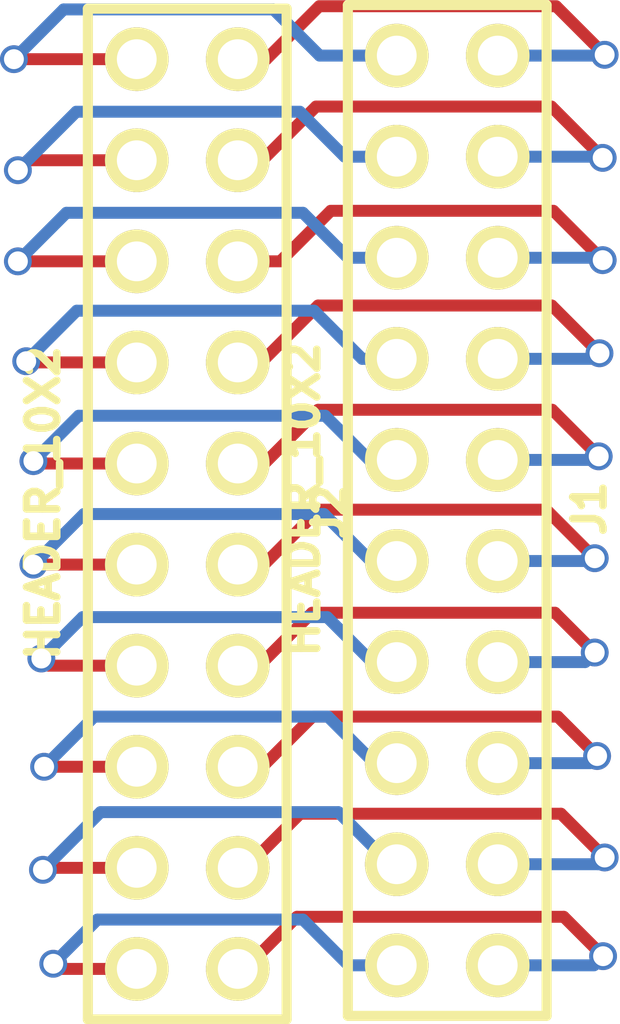
<source format=kicad_pcb>
(kicad_pcb (version 3) (host pcbnew "(2013-08-24 BZR 4298)-stable")

  (general
    (links 20)
    (no_connects 0)
    (area 0 0 0 0)
    (thickness 1.6)
    (drawings 0)
    (tracks 136)
    (zones 0)
    (modules 2)
    (nets 21)
  )

  (page A)
  (layers
    (15 F.Cu signal)
    (0 B.Cu signal)
    (16 B.Adhes user)
    (17 F.Adhes user)
    (18 B.Paste user)
    (19 F.Paste user)
    (20 B.SilkS user)
    (21 F.SilkS user)
    (22 B.Mask user)
    (23 F.Mask user)
    (24 Dwgs.User user)
    (25 Cmts.User user)
    (26 Eco1.User user)
    (27 Eco2.User user)
    (28 Edge.Cuts user)
  )

  (setup
    (last_trace_width 0.3)
    (user_trace_width 0.1)
    (user_trace_width 0.2)
    (user_trace_width 0.25)
    (user_trace_width 0.3)
    (user_trace_width 0.4)
    (user_trace_width 0.5)
    (user_trace_width 0.6)
    (user_trace_width 0.7)
    (user_trace_width 0.8)
    (user_trace_width 0.9)
    (user_trace_width 1)
    (user_trace_width 1.2)
    (trace_clearance 0.1)
    (zone_clearance 1)
    (zone_45_only no)
    (trace_min 0.1)
    (segment_width 0.2)
    (edge_width 0.1)
    (via_size 0.7)
    (via_drill 0.5)
    (via_min_size 0.7)
    (via_min_drill 0.5)
    (uvia_size 0.5)
    (uvia_drill 0.127)
    (uvias_allowed no)
    (uvia_min_size 0.5)
    (uvia_min_drill 0.127)
    (pcb_text_width 0.3)
    (pcb_text_size 1.5 1.5)
    (mod_edge_width 0.15)
    (mod_text_size 1 1)
    (mod_text_width 0.15)
    (pad_size 1.6 1.6)
    (pad_drill 1)
    (pad_to_mask_clearance 0)
    (pad_to_paste_clearance_ratio -0.1)
    (aux_axis_origin 0 0)
    (visible_elements 7FFFFFFF)
    (pcbplotparams
      (layerselection 272400385)
      (usegerberextensions true)
      (excludeedgelayer true)
      (linewidth 0.150000)
      (plotframeref false)
      (viasonmask false)
      (mode 1)
      (useauxorigin false)
      (hpglpennumber 1)
      (hpglpenspeed 20)
      (hpglpendiameter 15)
      (hpglpenoverlay 2)
      (psnegative false)
      (psa4output false)
      (plotreference true)
      (plotvalue true)
      (plotothertext true)
      (plotinvisibletext false)
      (padsonsilk false)
      (subtractmaskfromsilk false)
      (outputformat 1)
      (mirror false)
      (drillshape 0)
      (scaleselection 1)
      (outputdirectory ""))
  )

  (net 0 "")
  (net 1 +3.3v)
  (net 2 +5v)
  (net 3 GND)
  (net 4 ICSPCLK_RB1)
  (net 5 ICSPDAT_RB0)
  (net 6 RB10)
  (net 7 RB11)
  (net 8 RB12)
  (net 9 RB13)
  (net 10 RB14)
  (net 11 RB2)
  (net 12 RB3)
  (net 13 RB4)
  (net 14 RB5)
  (net 15 RB6)
  (net 16 RB7)
  (net 17 RB8)
  (net 18 RB9)
  (net 19 RD0)
  (net 20 temp)

  (net_class Default "This is the default net class."
    (clearance 0.1)
    (trace_width 0.25)
    (via_dia 0.7)
    (via_drill 0.5)
    (uvia_dia 0.5)
    (uvia_drill 0.127)
    (add_net "")
    (add_net +3.3v)
    (add_net +5v)
    (add_net GND)
    (add_net ICSPCLK_RB1)
    (add_net ICSPDAT_RB0)
    (add_net RB10)
    (add_net RB11)
    (add_net RB12)
    (add_net RB13)
    (add_net RB14)
    (add_net RB2)
    (add_net RB3)
    (add_net RB4)
    (add_net RB5)
    (add_net RB6)
    (add_net RB7)
    (add_net RB8)
    (add_net RB9)
    (add_net RD0)
    (add_net temp)
  )

  (module TED_HEADER_10x2_BOTTOM_SIDE (layer F.Cu) (tedit 528EF672) (tstamp 528EDC9C)
    (at 133.44 107.04 90)
    (path /5277C82A)
    (fp_text reference J2 (at 0.05 3.575 90) (layer F.SilkS)
      (effects (font (size 0.762 0.762) (thickness 0.1905)))
    )
    (fp_text value HEADER_10X2 (at 0.275 -3.625 90) (layer F.SilkS)
      (effects (font (size 0.762 0.762) (thickness 0.1905)))
    )
    (fp_line (start 12.7 -2.5) (end 12.7 2.5) (layer F.SilkS) (width 0.254))
    (fp_line (start 12.7 -2.5) (end -12.7 -2.5) (layer F.SilkS) (width 0.254))
    (fp_line (start 12.7 2.5) (end -12.7 2.5) (layer F.SilkS) (width 0.254))
    (fp_line (start -12.7 2.5) (end -12.7 -2.5) (layer F.SilkS) (width 0.254))
    (pad 11 thru_hole circle (at 11.43 -1.27 90) (size 1.6 1.6) (drill 1)
      (layers *.Mask F.Cu F.SilkS)
      (net 1 +3.3v)
    )
    (pad 10 thru_hole circle (at 11.43 1.27 90) (size 1.6 1.6) (drill 1)
      (layers *.Mask F.Cu F.SilkS)
      (net 3 GND)
    )
    (pad 14 thru_hole circle (at 3.81 -1.27 90) (size 1.6 1.6) (drill 1)
      (layers *.Mask F.Cu F.SilkS)
      (net 7 RB11)
    )
    (pad 8 thru_hole circle (at 6.35 1.27 90) (size 1.6 1.6) (drill 1)
      (layers *.Mask F.Cu F.SilkS)
      (net 6 RB10)
    )
    (pad 9 thru_hole circle (at 8.89 1.27 90) (size 1.6 1.6) (drill 1)
      (layers *.Mask F.Cu F.SilkS)
      (net 8 RB12)
    )
    (pad 12 thru_hole circle (at 8.89 -1.27 90) (size 1.6 1.6) (drill 1)
      (layers *.Mask F.Cu F.SilkS)
      (net 10 RB14)
    )
    (pad 13 thru_hole circle (at 6.35 -1.27 90) (size 1.6 1.6) (drill 1)
      (layers *.Mask F.Cu F.SilkS)
      (net 9 RB13)
    )
    (pad 15 thru_hole circle (at 1.27 -1.27 90) (size 1.6 1.6) (drill 1)
      (layers *.Mask F.Cu F.SilkS)
      (net 18 RB9)
    )
    (pad 7 thru_hole circle (at 3.81 1.27 90) (size 1.6 1.6) (drill 1)
      (layers *.Mask F.Cu F.SilkS)
      (net 19 RD0)
    )
    (pad 6 thru_hole circle (at 1.27 1.27 90) (size 1.6 1.6) (drill 1)
      (layers *.Mask F.Cu F.SilkS)
      (net 17 RB8)
    )
    (pad 5 thru_hole circle (at -1.27 1.27 90) (size 1.6 1.6) (drill 1)
      (layers *.Mask F.Cu F.SilkS)
      (net 15 RB6)
    )
    (pad 1 thru_hole circle (at -11.43 1.27 90) (size 1.6 1.6) (drill 1)
      (layers *.Mask F.Cu F.SilkS)
      (net 2 +5v)
    )
    (pad 2 thru_hole circle (at -8.89 1.27 90) (size 1.6 1.6) (drill 1)
      (layers *.Mask F.Cu F.SilkS)
      (net 5 ICSPDAT_RB0)
    )
    (pad 3 thru_hole circle (at -6.35 1.27 90) (size 1.6 1.6) (drill 1)
      (layers *.Mask F.Cu F.SilkS)
      (net 11 RB2)
    )
    (pad 4 thru_hole circle (at -3.81 1.27 90) (size 1.6 1.6) (drill 1)
      (layers *.Mask F.Cu F.SilkS)
      (net 13 RB4)
    )
    (pad 16 thru_hole circle (at -1.27 -1.27 90) (size 1.6 1.6) (drill 1)
      (layers *.Mask F.Cu F.SilkS)
      (net 16 RB7)
    )
    (pad 17 thru_hole circle (at -3.81 -1.27 90) (size 1.6 1.6) (drill 1)
      (layers *.Mask F.Cu F.SilkS)
      (net 14 RB5)
    )
    (pad 18 thru_hole circle (at -6.35 -1.27 90) (size 1.6 1.6) (drill 1)
      (layers *.Mask F.Cu F.SilkS)
      (net 12 RB3)
    )
    (pad 19 thru_hole circle (at -8.89 -1.27 90) (size 1.6 1.6) (drill 1)
      (layers *.Mask F.Cu F.SilkS)
      (net 4 ICSPCLK_RB1)
    )
    (pad 20 thru_hole circle (at -11.43 -1.27 90) (size 1.6 1.6) (drill 1)
      (layers *.Mask F.Cu F.SilkS)
      (net 20 temp)
    )
  )

  (module TED_HEADER_10x2_TOP_SIDE (layer F.Cu) (tedit 528EF65A) (tstamp 528EDC81)
    (at 139.98 106.95 90)
    (path /528ED30F)
    (fp_text reference J1 (at 0.05 3.575 90) (layer F.SilkS)
      (effects (font (size 0.762 0.762) (thickness 0.1905)))
    )
    (fp_text value HEADER_10X2 (at 0.275 -3.625 90) (layer F.SilkS)
      (effects (font (size 0.762 0.762) (thickness 0.1905)))
    )
    (fp_line (start 12.7 -2.5) (end 12.7 2.5) (layer F.SilkS) (width 0.254))
    (fp_line (start 12.7 -2.5) (end -12.7 -2.5) (layer F.SilkS) (width 0.254))
    (fp_line (start 12.7 2.5) (end -12.7 2.5) (layer F.SilkS) (width 0.254))
    (fp_line (start -12.7 2.5) (end -12.7 -2.5) (layer F.SilkS) (width 0.254))
    (pad 11 thru_hole circle (at 11.43 -1.27 90) (size 1.6 1.6) (drill 1)
      (layers *.Mask B.Cu F.SilkS)
      (net 1 +3.3v)
    )
    (pad 10 thru_hole circle (at 11.43 1.27 90) (size 1.6 1.6) (drill 1)
      (layers *.Mask B.Cu F.SilkS)
      (net 3 GND)
    )
    (pad 14 thru_hole circle (at 3.81 -1.27 90) (size 1.6 1.6) (drill 1)
      (layers *.Mask B.Cu F.SilkS)
      (net 7 RB11)
    )
    (pad 8 thru_hole circle (at 6.35 1.27 90) (size 1.6 1.6) (drill 1)
      (layers *.Mask B.Cu F.SilkS)
      (net 6 RB10)
    )
    (pad 9 thru_hole circle (at 8.89 1.27 90) (size 1.6 1.6) (drill 1)
      (layers *.Mask B.Cu F.SilkS)
      (net 8 RB12)
    )
    (pad 12 thru_hole circle (at 8.89 -1.27 90) (size 1.6 1.6) (drill 1)
      (layers *.Mask B.Cu F.SilkS)
      (net 10 RB14)
    )
    (pad 13 thru_hole circle (at 6.35 -1.27 90) (size 1.6 1.6) (drill 1)
      (layers *.Mask B.Cu F.SilkS)
      (net 9 RB13)
    )
    (pad 15 thru_hole circle (at 1.27 -1.27 90) (size 1.6 1.6) (drill 1)
      (layers *.Mask B.Cu F.SilkS)
      (net 18 RB9)
    )
    (pad 7 thru_hole circle (at 3.81 1.27 90) (size 1.6 1.6) (drill 1)
      (layers *.Mask B.Cu F.SilkS)
      (net 19 RD0)
    )
    (pad 6 thru_hole circle (at 1.27 1.27 90) (size 1.6 1.6) (drill 1)
      (layers *.Mask B.Cu F.SilkS)
      (net 17 RB8)
    )
    (pad 5 thru_hole circle (at -1.27 1.27 90) (size 1.6 1.6) (drill 1)
      (layers *.Mask B.Cu F.SilkS)
      (net 15 RB6)
    )
    (pad 1 thru_hole circle (at -11.43 1.27 90) (size 1.6 1.6) (drill 1)
      (layers *.Mask B.Cu F.SilkS)
      (net 2 +5v)
    )
    (pad 2 thru_hole circle (at -8.89 1.27 90) (size 1.6 1.6) (drill 1)
      (layers *.Mask B.Cu F.SilkS)
      (net 5 ICSPDAT_RB0)
    )
    (pad 3 thru_hole circle (at -6.35 1.27 90) (size 1.6 1.6) (drill 1)
      (layers *.Mask B.Cu F.SilkS)
      (net 11 RB2)
    )
    (pad 4 thru_hole circle (at -3.81 1.27 90) (size 1.6 1.6) (drill 1)
      (layers *.Mask B.Cu F.SilkS)
      (net 13 RB4)
    )
    (pad 16 thru_hole circle (at -1.27 -1.27 90) (size 1.6 1.6) (drill 1)
      (layers *.Mask B.Cu F.SilkS)
      (net 16 RB7)
    )
    (pad 17 thru_hole circle (at -3.81 -1.27 90) (size 1.6 1.6) (drill 1)
      (layers *.Mask B.Cu F.SilkS)
      (net 14 RB5)
    )
    (pad 18 thru_hole circle (at -6.35 -1.27 90) (size 1.6 1.6) (drill 1)
      (layers *.Mask B.Cu F.SilkS)
      (net 12 RB3)
    )
    (pad 19 thru_hole circle (at -8.89 -1.27 90) (size 1.6 1.6) (drill 1)
      (layers *.Mask B.Cu F.SilkS)
      (net 4 ICSPCLK_RB1)
    )
    (pad 20 thru_hole circle (at -11.43 -1.27 90) (size 1.6 1.6) (drill 1)
      (layers *.Mask B.Cu F.SilkS)
      (net 20 temp)
    )
  )

  (segment (start 138.71 95.52) (end 136.77 95.52) (width 0.3) (layer B.Cu) (net 1))
  (segment (start 129.08 95.61) (end 132.17 95.61) (width 0.3) (layer F.Cu) (net 1) (tstamp 528EF7AB))
  (via (at 129.08 95.61) (size 0.7) (layers F.Cu B.Cu) (net 1))
  (segment (start 130.33 94.36) (end 129.08 95.61) (width 0.3) (layer B.Cu) (net 1) (tstamp 528EF7A8))
  (segment (start 135.61 94.36) (end 130.33 94.36) (width 0.3) (layer B.Cu) (net 1) (tstamp 528EF7A7))
  (segment (start 136.77 95.52) (end 135.61 94.36) (width 0.3) (layer B.Cu) (net 1) (tstamp 528EF7A6))
  (segment (start 134.71 118.47) (end 134.89 118.47) (width 0.3) (layer F.Cu) (net 2))
  (segment (start 143.67 118.38) (end 141.25 118.38) (width 0.3) (layer B.Cu) (net 2) (tstamp 528EF838))
  (segment (start 143.9 118.15) (end 143.67 118.38) (width 0.3) (layer B.Cu) (net 2) (tstamp 528EF837))
  (via (at 143.9 118.15) (size 0.7) (layers F.Cu B.Cu) (net 2))
  (segment (start 142.91 117.16) (end 143.9 118.15) (width 0.3) (layer F.Cu) (net 2) (tstamp 528EF835))
  (segment (start 136.2 117.16) (end 142.91 117.16) (width 0.3) (layer F.Cu) (net 2) (tstamp 528EF833))
  (segment (start 134.89 118.47) (end 136.2 117.16) (width 0.3) (layer F.Cu) (net 2) (tstamp 528EF832))
  (segment (start 134.71 95.61) (end 135.43 95.61) (width 0.3) (layer F.Cu) (net 3))
  (segment (start 143.92 95.52) (end 141.25 95.52) (width 0.3) (layer B.Cu) (net 3) (tstamp 528EF7A3))
  (segment (start 143.94 95.5) (end 143.92 95.52) (width 0.3) (layer B.Cu) (net 3) (tstamp 528EF7A2))
  (via (at 143.94 95.5) (size 0.7) (layers F.Cu B.Cu) (net 3))
  (segment (start 142.72 94.28) (end 143.94 95.5) (width 0.3) (layer F.Cu) (net 3) (tstamp 528EF79F))
  (segment (start 136.76 94.28) (end 142.72 94.28) (width 0.3) (layer F.Cu) (net 3) (tstamp 528EF79D))
  (segment (start 135.43 95.61) (end 136.76 94.28) (width 0.3) (layer F.Cu) (net 3) (tstamp 528EF79C))
  (segment (start 138.71 115.84) (end 138.55 115.84) (width 0.3) (layer B.Cu) (net 4))
  (segment (start 129.86 115.93) (end 132.17 115.93) (width 0.3) (layer F.Cu) (net 4) (tstamp 528EF830))
  (segment (start 129.81 115.98) (end 129.86 115.93) (width 0.3) (layer F.Cu) (net 4) (tstamp 528EF82F))
  (via (at 129.81 115.98) (size 0.7) (layers F.Cu B.Cu) (net 4))
  (segment (start 131.26 114.53) (end 129.81 115.98) (width 0.3) (layer B.Cu) (net 4) (tstamp 528EF82C))
  (segment (start 137.24 114.53) (end 131.26 114.53) (width 0.3) (layer B.Cu) (net 4) (tstamp 528EF82A))
  (segment (start 138.55 115.84) (end 137.24 114.53) (width 0.3) (layer B.Cu) (net 4) (tstamp 528EF829))
  (segment (start 134.71 115.93) (end 134.92 115.93) (width 0.3) (layer F.Cu) (net 5))
  (segment (start 143.77 115.84) (end 141.25 115.84) (width 0.3) (layer B.Cu) (net 5) (tstamp 528EF827))
  (segment (start 143.94 115.67) (end 143.77 115.84) (width 0.3) (layer B.Cu) (net 5) (tstamp 528EF826))
  (via (at 143.94 115.67) (size 0.7) (layers F.Cu B.Cu) (net 5))
  (segment (start 142.84 114.57) (end 143.94 115.67) (width 0.3) (layer F.Cu) (net 5) (tstamp 528EF824))
  (segment (start 136.28 114.57) (end 142.84 114.57) (width 0.3) (layer F.Cu) (net 5) (tstamp 528EF822))
  (segment (start 134.92 115.93) (end 136.28 114.57) (width 0.3) (layer F.Cu) (net 5) (tstamp 528EF821))
  (segment (start 134.71 100.69) (end 135.78 100.69) (width 0.3) (layer F.Cu) (net 6))
  (segment (start 143.83 100.6) (end 141.25 100.6) (width 0.3) (layer B.Cu) (net 6) (tstamp 528EF7C6))
  (segment (start 143.89 100.66) (end 143.83 100.6) (width 0.3) (layer B.Cu) (net 6) (tstamp 528EF7C5))
  (via (at 143.89 100.66) (size 0.7) (layers F.Cu B.Cu) (net 6))
  (segment (start 142.65 99.42) (end 143.89 100.66) (width 0.3) (layer F.Cu) (net 6) (tstamp 528EF7C2))
  (segment (start 137.05 99.42) (end 142.65 99.42) (width 0.3) (layer F.Cu) (net 6) (tstamp 528EF7C0))
  (segment (start 135.78 100.69) (end 137.05 99.42) (width 0.3) (layer F.Cu) (net 6) (tstamp 528EF7BF))
  (segment (start 138.71 103.14) (end 137.84 103.14) (width 0.3) (layer B.Cu) (net 7))
  (segment (start 129.42 103.23) (end 132.17 103.23) (width 0.3) (layer F.Cu) (net 7) (tstamp 528EF7E0))
  (segment (start 129.39 103.2) (end 129.42 103.23) (width 0.3) (layer F.Cu) (net 7) (tstamp 528EF7DF))
  (via (at 129.39 103.2) (size 0.7) (layers F.Cu B.Cu) (net 7))
  (segment (start 130.66 101.93) (end 129.39 103.2) (width 0.3) (layer B.Cu) (net 7) (tstamp 528EF7DC))
  (segment (start 136.63 101.93) (end 130.66 101.93) (width 0.3) (layer B.Cu) (net 7) (tstamp 528EF7DA))
  (segment (start 137.84 103.14) (end 136.63 101.93) (width 0.3) (layer B.Cu) (net 7) (tstamp 528EF7D9))
  (segment (start 134.71 98.15) (end 135.33 98.15) (width 0.3) (layer F.Cu) (net 8))
  (segment (start 143.86 98.06) (end 141.25 98.06) (width 0.3) (layer B.Cu) (net 8) (tstamp 528EF7B5))
  (segment (start 143.89 98.09) (end 143.86 98.06) (width 0.3) (layer B.Cu) (net 8) (tstamp 528EF7B4))
  (via (at 143.89 98.09) (size 0.7) (layers F.Cu B.Cu) (net 8))
  (segment (start 142.6 96.8) (end 143.89 98.09) (width 0.3) (layer F.Cu) (net 8) (tstamp 528EF7B1))
  (segment (start 136.68 96.8) (end 142.6 96.8) (width 0.3) (layer F.Cu) (net 8) (tstamp 528EF7AF))
  (segment (start 135.33 98.15) (end 136.68 96.8) (width 0.3) (layer F.Cu) (net 8) (tstamp 528EF7AE))
  (segment (start 138.71 100.6) (end 137.48 100.6) (width 0.3) (layer B.Cu) (net 9))
  (segment (start 129.18 100.69) (end 132.17 100.69) (width 0.3) (layer F.Cu) (net 9) (tstamp 528EF7CD))
  (via (at 129.18 100.69) (size 0.7) (layers F.Cu B.Cu) (net 9))
  (segment (start 130.4 99.47) (end 129.18 100.69) (width 0.3) (layer B.Cu) (net 9) (tstamp 528EF7CA))
  (segment (start 136.35 99.47) (end 130.4 99.47) (width 0.3) (layer B.Cu) (net 9) (tstamp 528EF7C9))
  (segment (start 137.48 100.6) (end 136.35 99.47) (width 0.3) (layer B.Cu) (net 9) (tstamp 528EF7C8))
  (segment (start 138.71 98.06) (end 137.4 98.06) (width 0.3) (layer B.Cu) (net 10))
  (segment (start 129.43 98.15) (end 132.17 98.15) (width 0.3) (layer F.Cu) (net 10) (tstamp 528EF7BD))
  (segment (start 129.18 98.4) (end 129.43 98.15) (width 0.3) (layer F.Cu) (net 10) (tstamp 528EF7BC))
  (via (at 129.18 98.4) (size 0.7) (layers F.Cu B.Cu) (net 10))
  (segment (start 130.65 96.93) (end 129.18 98.4) (width 0.3) (layer B.Cu) (net 10) (tstamp 528EF7B9))
  (segment (start 136.27 96.93) (end 130.65 96.93) (width 0.3) (layer B.Cu) (net 10) (tstamp 528EF7B8))
  (segment (start 137.4 98.06) (end 136.27 96.93) (width 0.3) (layer B.Cu) (net 10) (tstamp 528EF7B7))
  (segment (start 134.71 113.39) (end 135.33 113.39) (width 0.3) (layer F.Cu) (net 11))
  (segment (start 143.57 113.3) (end 141.25 113.3) (width 0.3) (layer B.Cu) (net 11) (tstamp 528EF817))
  (segment (start 143.75 113.12) (end 143.57 113.3) (width 0.3) (layer B.Cu) (net 11) (tstamp 528EF816))
  (via (at 143.75 113.12) (size 0.7) (layers F.Cu B.Cu) (net 11))
  (segment (start 142.76 112.13) (end 143.75 113.12) (width 0.3) (layer F.Cu) (net 11) (tstamp 528EF814))
  (segment (start 136.59 112.13) (end 142.76 112.13) (width 0.3) (layer F.Cu) (net 11) (tstamp 528EF812))
  (segment (start 135.33 113.39) (end 136.59 112.13) (width 0.3) (layer F.Cu) (net 11) (tstamp 528EF811))
  (segment (start 138.71 113.3) (end 138.15 113.3) (width 0.3) (layer B.Cu) (net 12))
  (segment (start 129.84 113.39) (end 132.17 113.39) (width 0.3) (layer F.Cu) (net 12) (tstamp 528EF81E))
  (via (at 129.84 113.39) (size 0.7) (layers F.Cu B.Cu) (net 12))
  (segment (start 131.1 112.13) (end 129.84 113.39) (width 0.3) (layer B.Cu) (net 12) (tstamp 528EF81B))
  (segment (start 136.98 112.13) (end 131.1 112.13) (width 0.3) (layer B.Cu) (net 12) (tstamp 528EF81A))
  (segment (start 138.15 113.3) (end 136.98 112.13) (width 0.3) (layer B.Cu) (net 12) (tstamp 528EF819))
  (segment (start 134.71 110.85) (end 135.25 110.85) (width 0.3) (layer F.Cu) (net 13))
  (segment (start 143.45 110.76) (end 141.25 110.76) (width 0.3) (layer B.Cu) (net 13) (tstamp 528EF808))
  (segment (start 143.69 110.52) (end 143.45 110.76) (width 0.3) (layer B.Cu) (net 13) (tstamp 528EF807))
  (via (at 143.69 110.52) (size 0.7) (layers F.Cu B.Cu) (net 13))
  (segment (start 142.69 109.52) (end 143.69 110.52) (width 0.3) (layer F.Cu) (net 13) (tstamp 528EF805))
  (segment (start 136.58 109.52) (end 142.69 109.52) (width 0.3) (layer F.Cu) (net 13) (tstamp 528EF803))
  (segment (start 135.25 110.85) (end 136.58 109.52) (width 0.3) (layer F.Cu) (net 13) (tstamp 528EF802))
  (segment (start 138.71 110.76) (end 138.09 110.76) (width 0.3) (layer B.Cu) (net 14))
  (segment (start 129.95 110.85) (end 132.17 110.85) (width 0.3) (layer F.Cu) (net 14) (tstamp 528EF80F))
  (segment (start 129.77 110.67) (end 129.95 110.85) (width 0.3) (layer F.Cu) (net 14) (tstamp 528EF80E))
  (via (at 129.77 110.67) (size 0.7) (layers F.Cu B.Cu) (net 14))
  (segment (start 130.81 109.63) (end 129.77 110.67) (width 0.3) (layer B.Cu) (net 14) (tstamp 528EF80C))
  (segment (start 136.96 109.63) (end 130.81 109.63) (width 0.3) (layer B.Cu) (net 14) (tstamp 528EF80B))
  (segment (start 138.09 110.76) (end 136.96 109.63) (width 0.3) (layer B.Cu) (net 14) (tstamp 528EF80A))
  (segment (start 134.71 108.31) (end 135.37 108.31) (width 0.3) (layer F.Cu) (net 15))
  (segment (start 143.62 108.22) (end 141.25 108.22) (width 0.3) (layer B.Cu) (net 15) (tstamp 528EF7F8))
  (segment (start 143.69 108.15) (end 143.62 108.22) (width 0.3) (layer B.Cu) (net 15) (tstamp 528EF7F7))
  (via (at 143.69 108.15) (size 0.7) (layers F.Cu B.Cu) (net 15))
  (segment (start 142.47 106.93) (end 143.69 108.15) (width 0.3) (layer F.Cu) (net 15) (tstamp 528EF7F4))
  (segment (start 136.75 106.93) (end 142.47 106.93) (width 0.3) (layer F.Cu) (net 15) (tstamp 528EF7F2))
  (segment (start 135.37 108.31) (end 136.75 106.93) (width 0.3) (layer F.Cu) (net 15) (tstamp 528EF7F1))
  (segment (start 138.71 108.22) (end 138.06 108.22) (width 0.3) (layer B.Cu) (net 16))
  (segment (start 129.57 108.31) (end 132.17 108.31) (width 0.3) (layer F.Cu) (net 16) (tstamp 528EF7FF))
  (via (at 129.57 108.31) (size 0.7) (layers F.Cu B.Cu) (net 16))
  (segment (start 130.84 107.04) (end 129.57 108.31) (width 0.3) (layer B.Cu) (net 16) (tstamp 528EF7FC))
  (segment (start 136.88 107.04) (end 130.84 107.04) (width 0.3) (layer B.Cu) (net 16) (tstamp 528EF7FB))
  (segment (start 138.06 108.22) (end 136.88 107.04) (width 0.3) (layer B.Cu) (net 16) (tstamp 528EF7FA))
  (segment (start 134.71 105.77) (end 135.38 105.77) (width 0.3) (layer F.Cu) (net 17))
  (segment (start 143.7 105.68) (end 141.25 105.68) (width 0.3) (layer B.Cu) (net 17) (tstamp 528EF7E8))
  (segment (start 143.79 105.59) (end 143.7 105.68) (width 0.3) (layer B.Cu) (net 17) (tstamp 528EF7E7))
  (via (at 143.79 105.59) (size 0.7) (layers F.Cu B.Cu) (net 17))
  (segment (start 142.62 104.42) (end 143.79 105.59) (width 0.3) (layer F.Cu) (net 17) (tstamp 528EF7E5))
  (segment (start 136.73 104.42) (end 142.62 104.42) (width 0.3) (layer F.Cu) (net 17) (tstamp 528EF7E3))
  (segment (start 135.38 105.77) (end 136.73 104.42) (width 0.3) (layer F.Cu) (net 17) (tstamp 528EF7E2))
  (segment (start 138.71 105.68) (end 138.02 105.68) (width 0.3) (layer B.Cu) (net 18))
  (segment (start 129.63 105.77) (end 132.17 105.77) (width 0.3) (layer F.Cu) (net 18) (tstamp 528EF7EF))
  (segment (start 129.57 105.71) (end 129.63 105.77) (width 0.3) (layer F.Cu) (net 18) (tstamp 528EF7EE))
  (via (at 129.57 105.71) (size 0.7) (layers F.Cu B.Cu) (net 18))
  (segment (start 130.71 104.57) (end 129.57 105.71) (width 0.3) (layer B.Cu) (net 18) (tstamp 528EF7EC))
  (segment (start 136.91 104.57) (end 130.71 104.57) (width 0.3) (layer B.Cu) (net 18) (tstamp 528EF7EB))
  (segment (start 138.02 105.68) (end 136.91 104.57) (width 0.3) (layer B.Cu) (net 18) (tstamp 528EF7EA))
  (segment (start 134.71 103.23) (end 135.3 103.23) (width 0.3) (layer F.Cu) (net 19))
  (segment (start 143.67 103.14) (end 141.25 103.14) (width 0.3) (layer B.Cu) (net 19) (tstamp 528EF7D7))
  (segment (start 143.81 103) (end 143.67 103.14) (width 0.3) (layer B.Cu) (net 19) (tstamp 528EF7D6))
  (via (at 143.81 103) (size 0.7) (layers F.Cu B.Cu) (net 19))
  (segment (start 142.61 101.8) (end 143.81 103) (width 0.3) (layer F.Cu) (net 19) (tstamp 528EF7D3))
  (segment (start 136.73 101.8) (end 142.61 101.8) (width 0.3) (layer F.Cu) (net 19) (tstamp 528EF7D1))
  (segment (start 135.3 103.23) (end 136.73 101.8) (width 0.3) (layer F.Cu) (net 19) (tstamp 528EF7D0))
  (segment (start 138.71 118.38) (end 137.5 118.38) (width 0.3) (layer B.Cu) (net 20))
  (segment (start 130.2 118.47) (end 132.17 118.47) (width 0.3) (layer F.Cu) (net 20) (tstamp 528EF83F))
  (segment (start 130.07 118.34) (end 130.2 118.47) (width 0.3) (layer F.Cu) (net 20) (tstamp 528EF83E))
  (via (at 130.07 118.34) (size 0.7) (layers F.Cu B.Cu) (net 20))
  (segment (start 131.18 117.23) (end 130.07 118.34) (width 0.3) (layer B.Cu) (net 20) (tstamp 528EF83C))
  (segment (start 136.35 117.23) (end 131.18 117.23) (width 0.3) (layer B.Cu) (net 20) (tstamp 528EF83B))
  (segment (start 137.5 118.38) (end 136.35 117.23) (width 0.3) (layer B.Cu) (net 20) (tstamp 528EF83A))

)

</source>
